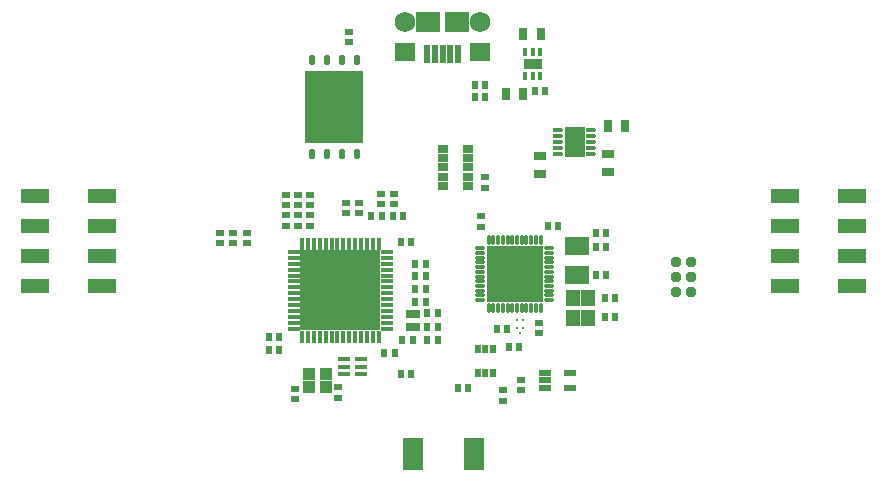
<source format=gts>
G04 Layer_Color=8388736*
%FSLAX24Y24*%
%MOIN*%
G70*
G01*
G75*
%ADD11R,0.0394X0.0197*%
%ADD65R,0.0217X0.0296*%
%ADD66R,0.0454X0.0257*%
%ADD67R,0.0651X0.1084*%
%ADD68R,0.0257X0.0414*%
%ADD69R,0.0414X0.0257*%
%ADD70O,0.0336X0.0158*%
%ADD71R,0.0710X0.0997*%
%ADD72R,0.0158X0.0316*%
%ADD73R,0.0611X0.0375*%
%ADD74R,0.0296X0.0217*%
%ADD75O,0.0217X0.0375*%
%ADD76R,0.1950X0.2422*%
%ADD77R,0.0375X0.0257*%
%ADD78R,0.1871X0.1871*%
%ADD79O,0.0395X0.0139*%
%ADD80O,0.0139X0.0395*%
%ADD81C,0.0126*%
%ADD82R,0.0198X0.0277*%
%ADD83R,0.0808X0.0611*%
%ADD84R,0.0454X0.0532*%
%ADD85R,0.0434X0.0395*%
%ADD86R,0.2658X0.2658*%
%ADD87O,0.0414X0.0158*%
%ADD88O,0.0158X0.0414*%
%ADD89R,0.0395X0.0178*%
%ADD90R,0.0236X0.0610*%
%ADD91R,0.0827X0.0709*%
%ADD92R,0.0709X0.0630*%
%ADD93R,0.0934X0.0462*%
%ADD94C,0.0370*%
%ADD95C,0.0690*%
D11*
X4233Y-4394D02*
D03*
Y-4906D02*
D03*
X3367D02*
D03*
Y-4650D02*
D03*
Y-4394D02*
D03*
D65*
X-554Y-2417D02*
D03*
X-199D02*
D03*
X-554Y-2857D02*
D03*
X-199D02*
D03*
X-554Y-3287D02*
D03*
X-199D02*
D03*
X-1377Y-3300D02*
D03*
X-1023D02*
D03*
X3043Y4990D02*
D03*
X3397D02*
D03*
X1397Y5190D02*
D03*
X1043D02*
D03*
X1397Y4790D02*
D03*
X1043D02*
D03*
X3473Y500D02*
D03*
X3827D02*
D03*
X2127Y-2950D02*
D03*
X1773D02*
D03*
X5073Y250D02*
D03*
X5427D02*
D03*
X5073Y-200D02*
D03*
X5427D02*
D03*
X5073Y-1150D02*
D03*
X5427D02*
D03*
X5727Y-1900D02*
D03*
X5373D02*
D03*
X5727Y-2550D02*
D03*
X5373D02*
D03*
X2527Y-3550D02*
D03*
X2173D02*
D03*
X827Y-4900D02*
D03*
X473D02*
D03*
X-1427Y-4450D02*
D03*
X-1073D02*
D03*
X-1977Y-3750D02*
D03*
X-1623D02*
D03*
X-5473Y-3650D02*
D03*
X-5827D02*
D03*
X-5473Y-3200D02*
D03*
X-5827D02*
D03*
X-937Y-2020D02*
D03*
X-583D02*
D03*
X-947Y-1600D02*
D03*
X-593D02*
D03*
X-947Y-1180D02*
D03*
X-593D02*
D03*
X-947Y-760D02*
D03*
X-593D02*
D03*
X-1427Y-50D02*
D03*
X-1073D02*
D03*
X-1697Y823D02*
D03*
X-1343D02*
D03*
X-2053D02*
D03*
X-2407D02*
D03*
D66*
X-1017Y-2420D02*
D03*
Y-2853D02*
D03*
D67*
X1027Y-7111D02*
D03*
X-1001D02*
D03*
D68*
X2665Y6910D02*
D03*
X3255D02*
D03*
X5475Y3840D02*
D03*
X6065D02*
D03*
X2665Y4890D02*
D03*
X2075D02*
D03*
D69*
X3220Y2835D02*
D03*
Y2245D02*
D03*
X5470Y2885D02*
D03*
Y2295D02*
D03*
D70*
X4931Y2896D02*
D03*
Y3093D02*
D03*
Y3290D02*
D03*
Y3487D02*
D03*
Y3684D02*
D03*
X3809D02*
D03*
Y3487D02*
D03*
Y3290D02*
D03*
Y3093D02*
D03*
Y2896D02*
D03*
D71*
X4370Y3290D02*
D03*
D72*
X2714Y5486D02*
D03*
X2970D02*
D03*
X3226D02*
D03*
X2714Y6294D02*
D03*
X2970D02*
D03*
X3226D02*
D03*
D73*
X2970Y5890D02*
D03*
D74*
X-3150Y6977D02*
D03*
Y6623D02*
D03*
X1400Y2127D02*
D03*
Y1773D02*
D03*
X1250Y473D02*
D03*
Y827D02*
D03*
X3200Y-2723D02*
D03*
Y-3077D02*
D03*
X2600Y-4977D02*
D03*
Y-4623D02*
D03*
X2000Y-4973D02*
D03*
Y-5327D02*
D03*
X-3500Y-5227D02*
D03*
Y-4873D02*
D03*
X-4950Y-5277D02*
D03*
Y-4923D02*
D03*
X-1660Y1580D02*
D03*
Y1226D02*
D03*
X-2090Y1570D02*
D03*
Y1216D02*
D03*
X-2800Y1277D02*
D03*
Y923D02*
D03*
X-3250Y1277D02*
D03*
Y923D02*
D03*
X-4440Y1547D02*
D03*
Y1193D02*
D03*
X-4850Y1547D02*
D03*
Y1193D02*
D03*
X-5260Y1547D02*
D03*
Y1193D02*
D03*
X-4437Y496D02*
D03*
Y851D02*
D03*
X-4847Y496D02*
D03*
Y851D02*
D03*
X-5257Y496D02*
D03*
Y851D02*
D03*
X-6550Y277D02*
D03*
Y-77D02*
D03*
X-7000Y277D02*
D03*
Y-77D02*
D03*
X-7450Y277D02*
D03*
Y-77D02*
D03*
D75*
X-4390Y2905D02*
D03*
X-3890D02*
D03*
X-3390D02*
D03*
X-2890D02*
D03*
Y6015D02*
D03*
X-3390D02*
D03*
X-3890D02*
D03*
X-4390D02*
D03*
D76*
X-3640Y4460D02*
D03*
D77*
X833Y1820D02*
D03*
Y2135D02*
D03*
Y2450D02*
D03*
Y2765D02*
D03*
Y3080D02*
D03*
X-33Y1820D02*
D03*
Y2135D02*
D03*
Y2450D02*
D03*
Y2765D02*
D03*
Y3080D02*
D03*
D78*
X2370Y-1110D02*
D03*
D79*
X3512Y-244D02*
D03*
Y-401D02*
D03*
Y-559D02*
D03*
Y-716D02*
D03*
Y-874D02*
D03*
Y-1031D02*
D03*
Y-1189D02*
D03*
Y-1346D02*
D03*
Y-1504D02*
D03*
Y-1661D02*
D03*
Y-1819D02*
D03*
Y-1976D02*
D03*
X1228D02*
D03*
Y-1819D02*
D03*
Y-1661D02*
D03*
Y-1504D02*
D03*
Y-1346D02*
D03*
Y-1189D02*
D03*
Y-1031D02*
D03*
Y-874D02*
D03*
Y-716D02*
D03*
Y-559D02*
D03*
Y-401D02*
D03*
Y-244D02*
D03*
D80*
X3236Y-2252D02*
D03*
X3079D02*
D03*
X2921D02*
D03*
X2764D02*
D03*
X2606D02*
D03*
X2449D02*
D03*
X2291D02*
D03*
X2134D02*
D03*
X1976D02*
D03*
X1819D02*
D03*
X1661D02*
D03*
X1504D02*
D03*
Y32D02*
D03*
X1661D02*
D03*
X1819D02*
D03*
X1976D02*
D03*
X2134D02*
D03*
X2291D02*
D03*
X2449D02*
D03*
X2606D02*
D03*
X2764D02*
D03*
X2921D02*
D03*
X3079D02*
D03*
X3236D02*
D03*
D81*
X2538Y-3057D02*
D03*
X2637Y-2886D02*
D03*
X2440D02*
D03*
X2637Y-2650D02*
D03*
X2440D02*
D03*
D82*
X1656Y-3587D02*
D03*
X1400D02*
D03*
X1144D02*
D03*
Y-4413D02*
D03*
X1400D02*
D03*
X1656D02*
D03*
D83*
X4450Y-1142D02*
D03*
Y-158D02*
D03*
D84*
X4826Y-2565D02*
D03*
Y-1895D02*
D03*
X4314D02*
D03*
Y-2565D02*
D03*
D85*
X-4485Y-4424D02*
D03*
X-3915D02*
D03*
Y-4876D02*
D03*
X-4485D02*
D03*
D86*
X-3437Y-1647D02*
D03*
D87*
X-1891Y-367D02*
D03*
Y-564D02*
D03*
Y-761D02*
D03*
Y-958D02*
D03*
Y-1154D02*
D03*
Y-1351D02*
D03*
Y-1548D02*
D03*
Y-1745D02*
D03*
Y-1942D02*
D03*
Y-2139D02*
D03*
Y-2336D02*
D03*
Y-2532D02*
D03*
Y-2729D02*
D03*
Y-2926D02*
D03*
X-4982D02*
D03*
Y-2729D02*
D03*
Y-2532D02*
D03*
Y-2336D02*
D03*
Y-2139D02*
D03*
Y-1942D02*
D03*
Y-1745D02*
D03*
Y-1548D02*
D03*
Y-1351D02*
D03*
Y-1154D02*
D03*
Y-958D02*
D03*
Y-761D02*
D03*
Y-564D02*
D03*
Y-367D02*
D03*
D88*
X-2157Y-3192D02*
D03*
X-2354D02*
D03*
X-2551D02*
D03*
X-2748D02*
D03*
X-2944D02*
D03*
X-3141D02*
D03*
X-3338D02*
D03*
X-3535D02*
D03*
X-3732D02*
D03*
X-3929D02*
D03*
X-4126D02*
D03*
X-4322D02*
D03*
X-4519D02*
D03*
X-4716D02*
D03*
Y-101D02*
D03*
X-4519D02*
D03*
X-4322D02*
D03*
X-4126D02*
D03*
X-3929D02*
D03*
X-3732D02*
D03*
X-3535D02*
D03*
X-3338D02*
D03*
X-3141D02*
D03*
X-2944D02*
D03*
X-2748D02*
D03*
X-2551D02*
D03*
X-2354D02*
D03*
X-2157D02*
D03*
D89*
X-3302Y-3941D02*
D03*
Y-4197D02*
D03*
Y-4452D02*
D03*
X-2751Y-3941D02*
D03*
Y-4197D02*
D03*
Y-4452D02*
D03*
D90*
X226Y6237D02*
D03*
X-30D02*
D03*
X482D02*
D03*
X-542D02*
D03*
X-286D02*
D03*
D91*
X-502Y7290D02*
D03*
X442D02*
D03*
D92*
X-1290Y6306D02*
D03*
X1230D02*
D03*
D93*
X13612Y-1500D02*
D03*
Y-500D02*
D03*
Y500D02*
D03*
Y1500D02*
D03*
X11388D02*
D03*
Y-1500D02*
D03*
Y-500D02*
D03*
Y500D02*
D03*
X-11388Y-1500D02*
D03*
Y-500D02*
D03*
Y500D02*
D03*
Y1500D02*
D03*
X-13612D02*
D03*
Y-1500D02*
D03*
Y-500D02*
D03*
Y500D02*
D03*
D94*
X8250Y-700D02*
D03*
Y-1200D02*
D03*
Y-1700D02*
D03*
X7750D02*
D03*
Y-1200D02*
D03*
Y-700D02*
D03*
D95*
X-1280Y7290D02*
D03*
X1220D02*
D03*
M02*

</source>
